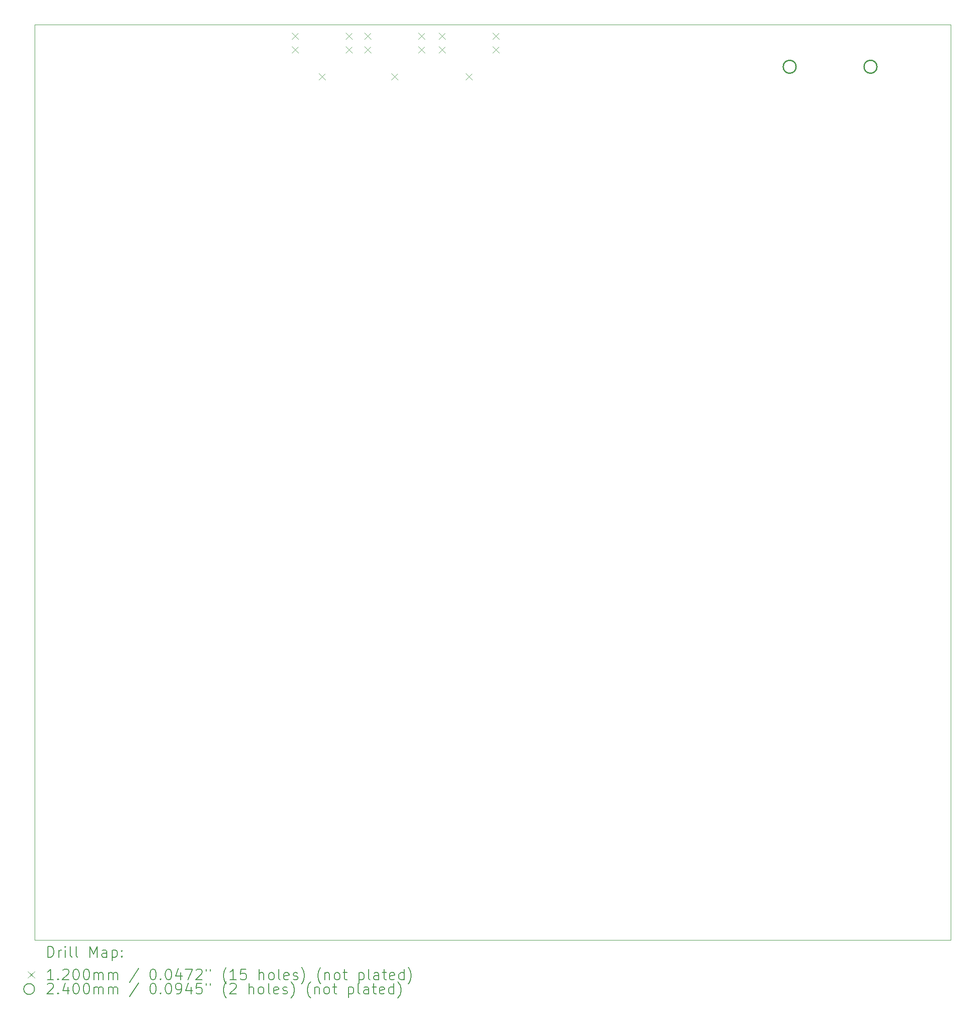
<source format=gbr>
%TF.GenerationSoftware,KiCad,Pcbnew,7.0.1*%
%TF.CreationDate,2023-05-06T23:27:44+01:00*%
%TF.ProjectId,CPC464-2MINIITX,43504334-3634-42d3-924d-494e49495458,rev?*%
%TF.SameCoordinates,Original*%
%TF.FileFunction,Drillmap*%
%TF.FilePolarity,Positive*%
%FSLAX45Y45*%
G04 Gerber Fmt 4.5, Leading zero omitted, Abs format (unit mm)*
G04 Created by KiCad (PCBNEW 7.0.1) date 2023-05-06 23:27:44*
%MOMM*%
%LPD*%
G01*
G04 APERTURE LIST*
%ADD10C,0.100000*%
%ADD11C,0.200000*%
%ADD12C,0.120000*%
%ADD13C,0.240000*%
G04 APERTURE END LIST*
D10*
X2866420Y-2816007D02*
X19866420Y-2816007D01*
X19866420Y-19816007D01*
X2866420Y-19816007D01*
X2866420Y-2816007D01*
D11*
D12*
X7636350Y-2967400D02*
X7756350Y-3087400D01*
X7756350Y-2967400D02*
X7636350Y-3087400D01*
X7636350Y-3217400D02*
X7756350Y-3337400D01*
X7756350Y-3217400D02*
X7636350Y-3337400D01*
X8136350Y-3717400D02*
X8256350Y-3837400D01*
X8256350Y-3717400D02*
X8136350Y-3837400D01*
X8636350Y-2967400D02*
X8756350Y-3087400D01*
X8756350Y-2967400D02*
X8636350Y-3087400D01*
X8636350Y-3217400D02*
X8756350Y-3337400D01*
X8756350Y-3217400D02*
X8636350Y-3337400D01*
X8982550Y-2967400D02*
X9102550Y-3087400D01*
X9102550Y-2967400D02*
X8982550Y-3087400D01*
X8982550Y-3217400D02*
X9102550Y-3337400D01*
X9102550Y-3217400D02*
X8982550Y-3337400D01*
X9482550Y-3717400D02*
X9602550Y-3837400D01*
X9602550Y-3717400D02*
X9482550Y-3837400D01*
X9982550Y-2967400D02*
X10102550Y-3087400D01*
X10102550Y-2967400D02*
X9982550Y-3087400D01*
X9982550Y-3217400D02*
X10102550Y-3337400D01*
X10102550Y-3217400D02*
X9982550Y-3337400D01*
X10362000Y-2966600D02*
X10482000Y-3086600D01*
X10482000Y-2966600D02*
X10362000Y-3086600D01*
X10362000Y-3216600D02*
X10482000Y-3336600D01*
X10482000Y-3216600D02*
X10362000Y-3336600D01*
X10862000Y-3716600D02*
X10982000Y-3836600D01*
X10982000Y-3716600D02*
X10862000Y-3836600D01*
X11362000Y-2966600D02*
X11482000Y-3086600D01*
X11482000Y-2966600D02*
X11362000Y-3086600D01*
X11362000Y-3216600D02*
X11482000Y-3336600D01*
X11482000Y-3216600D02*
X11362000Y-3336600D01*
D13*
X16996340Y-3596640D02*
G75*
G03*
X16996340Y-3596640I-120000J0D01*
G01*
X18496340Y-3596640D02*
G75*
G03*
X18496340Y-3596640I-120000J0D01*
G01*
D11*
X3109039Y-20133531D02*
X3109039Y-19933531D01*
X3109039Y-19933531D02*
X3156658Y-19933531D01*
X3156658Y-19933531D02*
X3185229Y-19943055D01*
X3185229Y-19943055D02*
X3204277Y-19962102D01*
X3204277Y-19962102D02*
X3213801Y-19981150D01*
X3213801Y-19981150D02*
X3223325Y-20019245D01*
X3223325Y-20019245D02*
X3223325Y-20047816D01*
X3223325Y-20047816D02*
X3213801Y-20085912D01*
X3213801Y-20085912D02*
X3204277Y-20104959D01*
X3204277Y-20104959D02*
X3185229Y-20124007D01*
X3185229Y-20124007D02*
X3156658Y-20133531D01*
X3156658Y-20133531D02*
X3109039Y-20133531D01*
X3309039Y-20133531D02*
X3309039Y-20000197D01*
X3309039Y-20038293D02*
X3318563Y-20019245D01*
X3318563Y-20019245D02*
X3328087Y-20009721D01*
X3328087Y-20009721D02*
X3347134Y-20000197D01*
X3347134Y-20000197D02*
X3366182Y-20000197D01*
X3432848Y-20133531D02*
X3432848Y-20000197D01*
X3432848Y-19933531D02*
X3423325Y-19943055D01*
X3423325Y-19943055D02*
X3432848Y-19952578D01*
X3432848Y-19952578D02*
X3442372Y-19943055D01*
X3442372Y-19943055D02*
X3432848Y-19933531D01*
X3432848Y-19933531D02*
X3432848Y-19952578D01*
X3556658Y-20133531D02*
X3537610Y-20124007D01*
X3537610Y-20124007D02*
X3528087Y-20104959D01*
X3528087Y-20104959D02*
X3528087Y-19933531D01*
X3661420Y-20133531D02*
X3642372Y-20124007D01*
X3642372Y-20124007D02*
X3632848Y-20104959D01*
X3632848Y-20104959D02*
X3632848Y-19933531D01*
X3889991Y-20133531D02*
X3889991Y-19933531D01*
X3889991Y-19933531D02*
X3956658Y-20076388D01*
X3956658Y-20076388D02*
X4023325Y-19933531D01*
X4023325Y-19933531D02*
X4023325Y-20133531D01*
X4204277Y-20133531D02*
X4204277Y-20028769D01*
X4204277Y-20028769D02*
X4194753Y-20009721D01*
X4194753Y-20009721D02*
X4175706Y-20000197D01*
X4175706Y-20000197D02*
X4137610Y-20000197D01*
X4137610Y-20000197D02*
X4118563Y-20009721D01*
X4204277Y-20124007D02*
X4185229Y-20133531D01*
X4185229Y-20133531D02*
X4137610Y-20133531D01*
X4137610Y-20133531D02*
X4118563Y-20124007D01*
X4118563Y-20124007D02*
X4109039Y-20104959D01*
X4109039Y-20104959D02*
X4109039Y-20085912D01*
X4109039Y-20085912D02*
X4118563Y-20066864D01*
X4118563Y-20066864D02*
X4137610Y-20057340D01*
X4137610Y-20057340D02*
X4185229Y-20057340D01*
X4185229Y-20057340D02*
X4204277Y-20047816D01*
X4299515Y-20000197D02*
X4299515Y-20200197D01*
X4299515Y-20009721D02*
X4318563Y-20000197D01*
X4318563Y-20000197D02*
X4356658Y-20000197D01*
X4356658Y-20000197D02*
X4375706Y-20009721D01*
X4375706Y-20009721D02*
X4385230Y-20019245D01*
X4385230Y-20019245D02*
X4394753Y-20038293D01*
X4394753Y-20038293D02*
X4394753Y-20095435D01*
X4394753Y-20095435D02*
X4385230Y-20114483D01*
X4385230Y-20114483D02*
X4375706Y-20124007D01*
X4375706Y-20124007D02*
X4356658Y-20133531D01*
X4356658Y-20133531D02*
X4318563Y-20133531D01*
X4318563Y-20133531D02*
X4299515Y-20124007D01*
X4480468Y-20114483D02*
X4489991Y-20124007D01*
X4489991Y-20124007D02*
X4480468Y-20133531D01*
X4480468Y-20133531D02*
X4470944Y-20124007D01*
X4470944Y-20124007D02*
X4480468Y-20114483D01*
X4480468Y-20114483D02*
X4480468Y-20133531D01*
X4480468Y-20009721D02*
X4489991Y-20019245D01*
X4489991Y-20019245D02*
X4480468Y-20028769D01*
X4480468Y-20028769D02*
X4470944Y-20019245D01*
X4470944Y-20019245D02*
X4480468Y-20009721D01*
X4480468Y-20009721D02*
X4480468Y-20028769D01*
D12*
X2741420Y-20401007D02*
X2861420Y-20521007D01*
X2861420Y-20401007D02*
X2741420Y-20521007D01*
D11*
X3213801Y-20553531D02*
X3099515Y-20553531D01*
X3156658Y-20553531D02*
X3156658Y-20353531D01*
X3156658Y-20353531D02*
X3137610Y-20382102D01*
X3137610Y-20382102D02*
X3118563Y-20401150D01*
X3118563Y-20401150D02*
X3099515Y-20410674D01*
X3299515Y-20534483D02*
X3309039Y-20544007D01*
X3309039Y-20544007D02*
X3299515Y-20553531D01*
X3299515Y-20553531D02*
X3289991Y-20544007D01*
X3289991Y-20544007D02*
X3299515Y-20534483D01*
X3299515Y-20534483D02*
X3299515Y-20553531D01*
X3385229Y-20372578D02*
X3394753Y-20363055D01*
X3394753Y-20363055D02*
X3413801Y-20353531D01*
X3413801Y-20353531D02*
X3461420Y-20353531D01*
X3461420Y-20353531D02*
X3480468Y-20363055D01*
X3480468Y-20363055D02*
X3489991Y-20372578D01*
X3489991Y-20372578D02*
X3499515Y-20391626D01*
X3499515Y-20391626D02*
X3499515Y-20410674D01*
X3499515Y-20410674D02*
X3489991Y-20439245D01*
X3489991Y-20439245D02*
X3375706Y-20553531D01*
X3375706Y-20553531D02*
X3499515Y-20553531D01*
X3623325Y-20353531D02*
X3642372Y-20353531D01*
X3642372Y-20353531D02*
X3661420Y-20363055D01*
X3661420Y-20363055D02*
X3670944Y-20372578D01*
X3670944Y-20372578D02*
X3680468Y-20391626D01*
X3680468Y-20391626D02*
X3689991Y-20429721D01*
X3689991Y-20429721D02*
X3689991Y-20477340D01*
X3689991Y-20477340D02*
X3680468Y-20515435D01*
X3680468Y-20515435D02*
X3670944Y-20534483D01*
X3670944Y-20534483D02*
X3661420Y-20544007D01*
X3661420Y-20544007D02*
X3642372Y-20553531D01*
X3642372Y-20553531D02*
X3623325Y-20553531D01*
X3623325Y-20553531D02*
X3604277Y-20544007D01*
X3604277Y-20544007D02*
X3594753Y-20534483D01*
X3594753Y-20534483D02*
X3585229Y-20515435D01*
X3585229Y-20515435D02*
X3575706Y-20477340D01*
X3575706Y-20477340D02*
X3575706Y-20429721D01*
X3575706Y-20429721D02*
X3585229Y-20391626D01*
X3585229Y-20391626D02*
X3594753Y-20372578D01*
X3594753Y-20372578D02*
X3604277Y-20363055D01*
X3604277Y-20363055D02*
X3623325Y-20353531D01*
X3813801Y-20353531D02*
X3832849Y-20353531D01*
X3832849Y-20353531D02*
X3851896Y-20363055D01*
X3851896Y-20363055D02*
X3861420Y-20372578D01*
X3861420Y-20372578D02*
X3870944Y-20391626D01*
X3870944Y-20391626D02*
X3880468Y-20429721D01*
X3880468Y-20429721D02*
X3880468Y-20477340D01*
X3880468Y-20477340D02*
X3870944Y-20515435D01*
X3870944Y-20515435D02*
X3861420Y-20534483D01*
X3861420Y-20534483D02*
X3851896Y-20544007D01*
X3851896Y-20544007D02*
X3832849Y-20553531D01*
X3832849Y-20553531D02*
X3813801Y-20553531D01*
X3813801Y-20553531D02*
X3794753Y-20544007D01*
X3794753Y-20544007D02*
X3785229Y-20534483D01*
X3785229Y-20534483D02*
X3775706Y-20515435D01*
X3775706Y-20515435D02*
X3766182Y-20477340D01*
X3766182Y-20477340D02*
X3766182Y-20429721D01*
X3766182Y-20429721D02*
X3775706Y-20391626D01*
X3775706Y-20391626D02*
X3785229Y-20372578D01*
X3785229Y-20372578D02*
X3794753Y-20363055D01*
X3794753Y-20363055D02*
X3813801Y-20353531D01*
X3966182Y-20553531D02*
X3966182Y-20420197D01*
X3966182Y-20439245D02*
X3975706Y-20429721D01*
X3975706Y-20429721D02*
X3994753Y-20420197D01*
X3994753Y-20420197D02*
X4023325Y-20420197D01*
X4023325Y-20420197D02*
X4042372Y-20429721D01*
X4042372Y-20429721D02*
X4051896Y-20448769D01*
X4051896Y-20448769D02*
X4051896Y-20553531D01*
X4051896Y-20448769D02*
X4061420Y-20429721D01*
X4061420Y-20429721D02*
X4080468Y-20420197D01*
X4080468Y-20420197D02*
X4109039Y-20420197D01*
X4109039Y-20420197D02*
X4128087Y-20429721D01*
X4128087Y-20429721D02*
X4137610Y-20448769D01*
X4137610Y-20448769D02*
X4137610Y-20553531D01*
X4232849Y-20553531D02*
X4232849Y-20420197D01*
X4232849Y-20439245D02*
X4242372Y-20429721D01*
X4242372Y-20429721D02*
X4261420Y-20420197D01*
X4261420Y-20420197D02*
X4289992Y-20420197D01*
X4289992Y-20420197D02*
X4309039Y-20429721D01*
X4309039Y-20429721D02*
X4318563Y-20448769D01*
X4318563Y-20448769D02*
X4318563Y-20553531D01*
X4318563Y-20448769D02*
X4328087Y-20429721D01*
X4328087Y-20429721D02*
X4347134Y-20420197D01*
X4347134Y-20420197D02*
X4375706Y-20420197D01*
X4375706Y-20420197D02*
X4394753Y-20429721D01*
X4394753Y-20429721D02*
X4404277Y-20448769D01*
X4404277Y-20448769D02*
X4404277Y-20553531D01*
X4794753Y-20344007D02*
X4623325Y-20601150D01*
X5051896Y-20353531D02*
X5070944Y-20353531D01*
X5070944Y-20353531D02*
X5089992Y-20363055D01*
X5089992Y-20363055D02*
X5099515Y-20372578D01*
X5099515Y-20372578D02*
X5109039Y-20391626D01*
X5109039Y-20391626D02*
X5118563Y-20429721D01*
X5118563Y-20429721D02*
X5118563Y-20477340D01*
X5118563Y-20477340D02*
X5109039Y-20515435D01*
X5109039Y-20515435D02*
X5099515Y-20534483D01*
X5099515Y-20534483D02*
X5089992Y-20544007D01*
X5089992Y-20544007D02*
X5070944Y-20553531D01*
X5070944Y-20553531D02*
X5051896Y-20553531D01*
X5051896Y-20553531D02*
X5032849Y-20544007D01*
X5032849Y-20544007D02*
X5023325Y-20534483D01*
X5023325Y-20534483D02*
X5013801Y-20515435D01*
X5013801Y-20515435D02*
X5004277Y-20477340D01*
X5004277Y-20477340D02*
X5004277Y-20429721D01*
X5004277Y-20429721D02*
X5013801Y-20391626D01*
X5013801Y-20391626D02*
X5023325Y-20372578D01*
X5023325Y-20372578D02*
X5032849Y-20363055D01*
X5032849Y-20363055D02*
X5051896Y-20353531D01*
X5204277Y-20534483D02*
X5213801Y-20544007D01*
X5213801Y-20544007D02*
X5204277Y-20553531D01*
X5204277Y-20553531D02*
X5194754Y-20544007D01*
X5194754Y-20544007D02*
X5204277Y-20534483D01*
X5204277Y-20534483D02*
X5204277Y-20553531D01*
X5337611Y-20353531D02*
X5356658Y-20353531D01*
X5356658Y-20353531D02*
X5375706Y-20363055D01*
X5375706Y-20363055D02*
X5385230Y-20372578D01*
X5385230Y-20372578D02*
X5394754Y-20391626D01*
X5394754Y-20391626D02*
X5404277Y-20429721D01*
X5404277Y-20429721D02*
X5404277Y-20477340D01*
X5404277Y-20477340D02*
X5394754Y-20515435D01*
X5394754Y-20515435D02*
X5385230Y-20534483D01*
X5385230Y-20534483D02*
X5375706Y-20544007D01*
X5375706Y-20544007D02*
X5356658Y-20553531D01*
X5356658Y-20553531D02*
X5337611Y-20553531D01*
X5337611Y-20553531D02*
X5318563Y-20544007D01*
X5318563Y-20544007D02*
X5309039Y-20534483D01*
X5309039Y-20534483D02*
X5299515Y-20515435D01*
X5299515Y-20515435D02*
X5289992Y-20477340D01*
X5289992Y-20477340D02*
X5289992Y-20429721D01*
X5289992Y-20429721D02*
X5299515Y-20391626D01*
X5299515Y-20391626D02*
X5309039Y-20372578D01*
X5309039Y-20372578D02*
X5318563Y-20363055D01*
X5318563Y-20363055D02*
X5337611Y-20353531D01*
X5575706Y-20420197D02*
X5575706Y-20553531D01*
X5528087Y-20344007D02*
X5480468Y-20486864D01*
X5480468Y-20486864D02*
X5604277Y-20486864D01*
X5661420Y-20353531D02*
X5794753Y-20353531D01*
X5794753Y-20353531D02*
X5709039Y-20553531D01*
X5861420Y-20372578D02*
X5870944Y-20363055D01*
X5870944Y-20363055D02*
X5889992Y-20353531D01*
X5889992Y-20353531D02*
X5937611Y-20353531D01*
X5937611Y-20353531D02*
X5956658Y-20363055D01*
X5956658Y-20363055D02*
X5966182Y-20372578D01*
X5966182Y-20372578D02*
X5975706Y-20391626D01*
X5975706Y-20391626D02*
X5975706Y-20410674D01*
X5975706Y-20410674D02*
X5966182Y-20439245D01*
X5966182Y-20439245D02*
X5851896Y-20553531D01*
X5851896Y-20553531D02*
X5975706Y-20553531D01*
X6051896Y-20353531D02*
X6051896Y-20391626D01*
X6128087Y-20353531D02*
X6128087Y-20391626D01*
X6423325Y-20629721D02*
X6413801Y-20620197D01*
X6413801Y-20620197D02*
X6394754Y-20591626D01*
X6394754Y-20591626D02*
X6385230Y-20572578D01*
X6385230Y-20572578D02*
X6375706Y-20544007D01*
X6375706Y-20544007D02*
X6366182Y-20496388D01*
X6366182Y-20496388D02*
X6366182Y-20458293D01*
X6366182Y-20458293D02*
X6375706Y-20410674D01*
X6375706Y-20410674D02*
X6385230Y-20382102D01*
X6385230Y-20382102D02*
X6394754Y-20363055D01*
X6394754Y-20363055D02*
X6413801Y-20334483D01*
X6413801Y-20334483D02*
X6423325Y-20324959D01*
X6604277Y-20553531D02*
X6489992Y-20553531D01*
X6547134Y-20553531D02*
X6547134Y-20353531D01*
X6547134Y-20353531D02*
X6528087Y-20382102D01*
X6528087Y-20382102D02*
X6509039Y-20401150D01*
X6509039Y-20401150D02*
X6489992Y-20410674D01*
X6785230Y-20353531D02*
X6689992Y-20353531D01*
X6689992Y-20353531D02*
X6680468Y-20448769D01*
X6680468Y-20448769D02*
X6689992Y-20439245D01*
X6689992Y-20439245D02*
X6709039Y-20429721D01*
X6709039Y-20429721D02*
X6756658Y-20429721D01*
X6756658Y-20429721D02*
X6775706Y-20439245D01*
X6775706Y-20439245D02*
X6785230Y-20448769D01*
X6785230Y-20448769D02*
X6794754Y-20467816D01*
X6794754Y-20467816D02*
X6794754Y-20515435D01*
X6794754Y-20515435D02*
X6785230Y-20534483D01*
X6785230Y-20534483D02*
X6775706Y-20544007D01*
X6775706Y-20544007D02*
X6756658Y-20553531D01*
X6756658Y-20553531D02*
X6709039Y-20553531D01*
X6709039Y-20553531D02*
X6689992Y-20544007D01*
X6689992Y-20544007D02*
X6680468Y-20534483D01*
X7032849Y-20553531D02*
X7032849Y-20353531D01*
X7118563Y-20553531D02*
X7118563Y-20448769D01*
X7118563Y-20448769D02*
X7109039Y-20429721D01*
X7109039Y-20429721D02*
X7089992Y-20420197D01*
X7089992Y-20420197D02*
X7061420Y-20420197D01*
X7061420Y-20420197D02*
X7042373Y-20429721D01*
X7042373Y-20429721D02*
X7032849Y-20439245D01*
X7242373Y-20553531D02*
X7223325Y-20544007D01*
X7223325Y-20544007D02*
X7213801Y-20534483D01*
X7213801Y-20534483D02*
X7204277Y-20515435D01*
X7204277Y-20515435D02*
X7204277Y-20458293D01*
X7204277Y-20458293D02*
X7213801Y-20439245D01*
X7213801Y-20439245D02*
X7223325Y-20429721D01*
X7223325Y-20429721D02*
X7242373Y-20420197D01*
X7242373Y-20420197D02*
X7270944Y-20420197D01*
X7270944Y-20420197D02*
X7289992Y-20429721D01*
X7289992Y-20429721D02*
X7299516Y-20439245D01*
X7299516Y-20439245D02*
X7309039Y-20458293D01*
X7309039Y-20458293D02*
X7309039Y-20515435D01*
X7309039Y-20515435D02*
X7299516Y-20534483D01*
X7299516Y-20534483D02*
X7289992Y-20544007D01*
X7289992Y-20544007D02*
X7270944Y-20553531D01*
X7270944Y-20553531D02*
X7242373Y-20553531D01*
X7423325Y-20553531D02*
X7404277Y-20544007D01*
X7404277Y-20544007D02*
X7394754Y-20524959D01*
X7394754Y-20524959D02*
X7394754Y-20353531D01*
X7575706Y-20544007D02*
X7556658Y-20553531D01*
X7556658Y-20553531D02*
X7518563Y-20553531D01*
X7518563Y-20553531D02*
X7499516Y-20544007D01*
X7499516Y-20544007D02*
X7489992Y-20524959D01*
X7489992Y-20524959D02*
X7489992Y-20448769D01*
X7489992Y-20448769D02*
X7499516Y-20429721D01*
X7499516Y-20429721D02*
X7518563Y-20420197D01*
X7518563Y-20420197D02*
X7556658Y-20420197D01*
X7556658Y-20420197D02*
X7575706Y-20429721D01*
X7575706Y-20429721D02*
X7585230Y-20448769D01*
X7585230Y-20448769D02*
X7585230Y-20467816D01*
X7585230Y-20467816D02*
X7489992Y-20486864D01*
X7661420Y-20544007D02*
X7680468Y-20553531D01*
X7680468Y-20553531D02*
X7718563Y-20553531D01*
X7718563Y-20553531D02*
X7737611Y-20544007D01*
X7737611Y-20544007D02*
X7747135Y-20524959D01*
X7747135Y-20524959D02*
X7747135Y-20515435D01*
X7747135Y-20515435D02*
X7737611Y-20496388D01*
X7737611Y-20496388D02*
X7718563Y-20486864D01*
X7718563Y-20486864D02*
X7689992Y-20486864D01*
X7689992Y-20486864D02*
X7670944Y-20477340D01*
X7670944Y-20477340D02*
X7661420Y-20458293D01*
X7661420Y-20458293D02*
X7661420Y-20448769D01*
X7661420Y-20448769D02*
X7670944Y-20429721D01*
X7670944Y-20429721D02*
X7689992Y-20420197D01*
X7689992Y-20420197D02*
X7718563Y-20420197D01*
X7718563Y-20420197D02*
X7737611Y-20429721D01*
X7813801Y-20629721D02*
X7823325Y-20620197D01*
X7823325Y-20620197D02*
X7842373Y-20591626D01*
X7842373Y-20591626D02*
X7851897Y-20572578D01*
X7851897Y-20572578D02*
X7861420Y-20544007D01*
X7861420Y-20544007D02*
X7870944Y-20496388D01*
X7870944Y-20496388D02*
X7870944Y-20458293D01*
X7870944Y-20458293D02*
X7861420Y-20410674D01*
X7861420Y-20410674D02*
X7851897Y-20382102D01*
X7851897Y-20382102D02*
X7842373Y-20363055D01*
X7842373Y-20363055D02*
X7823325Y-20334483D01*
X7823325Y-20334483D02*
X7813801Y-20324959D01*
X8175706Y-20629721D02*
X8166182Y-20620197D01*
X8166182Y-20620197D02*
X8147135Y-20591626D01*
X8147135Y-20591626D02*
X8137611Y-20572578D01*
X8137611Y-20572578D02*
X8128087Y-20544007D01*
X8128087Y-20544007D02*
X8118563Y-20496388D01*
X8118563Y-20496388D02*
X8118563Y-20458293D01*
X8118563Y-20458293D02*
X8128087Y-20410674D01*
X8128087Y-20410674D02*
X8137611Y-20382102D01*
X8137611Y-20382102D02*
X8147135Y-20363055D01*
X8147135Y-20363055D02*
X8166182Y-20334483D01*
X8166182Y-20334483D02*
X8175706Y-20324959D01*
X8251897Y-20420197D02*
X8251897Y-20553531D01*
X8251897Y-20439245D02*
X8261420Y-20429721D01*
X8261420Y-20429721D02*
X8280468Y-20420197D01*
X8280468Y-20420197D02*
X8309039Y-20420197D01*
X8309039Y-20420197D02*
X8328087Y-20429721D01*
X8328087Y-20429721D02*
X8337611Y-20448769D01*
X8337611Y-20448769D02*
X8337611Y-20553531D01*
X8461420Y-20553531D02*
X8442373Y-20544007D01*
X8442373Y-20544007D02*
X8432849Y-20534483D01*
X8432849Y-20534483D02*
X8423325Y-20515435D01*
X8423325Y-20515435D02*
X8423325Y-20458293D01*
X8423325Y-20458293D02*
X8432849Y-20439245D01*
X8432849Y-20439245D02*
X8442373Y-20429721D01*
X8442373Y-20429721D02*
X8461420Y-20420197D01*
X8461420Y-20420197D02*
X8489992Y-20420197D01*
X8489992Y-20420197D02*
X8509040Y-20429721D01*
X8509040Y-20429721D02*
X8518563Y-20439245D01*
X8518563Y-20439245D02*
X8528087Y-20458293D01*
X8528087Y-20458293D02*
X8528087Y-20515435D01*
X8528087Y-20515435D02*
X8518563Y-20534483D01*
X8518563Y-20534483D02*
X8509040Y-20544007D01*
X8509040Y-20544007D02*
X8489992Y-20553531D01*
X8489992Y-20553531D02*
X8461420Y-20553531D01*
X8585230Y-20420197D02*
X8661420Y-20420197D01*
X8613801Y-20353531D02*
X8613801Y-20524959D01*
X8613801Y-20524959D02*
X8623325Y-20544007D01*
X8623325Y-20544007D02*
X8642373Y-20553531D01*
X8642373Y-20553531D02*
X8661420Y-20553531D01*
X8880468Y-20420197D02*
X8880468Y-20620197D01*
X8880468Y-20429721D02*
X8899516Y-20420197D01*
X8899516Y-20420197D02*
X8937611Y-20420197D01*
X8937611Y-20420197D02*
X8956659Y-20429721D01*
X8956659Y-20429721D02*
X8966182Y-20439245D01*
X8966182Y-20439245D02*
X8975706Y-20458293D01*
X8975706Y-20458293D02*
X8975706Y-20515435D01*
X8975706Y-20515435D02*
X8966182Y-20534483D01*
X8966182Y-20534483D02*
X8956659Y-20544007D01*
X8956659Y-20544007D02*
X8937611Y-20553531D01*
X8937611Y-20553531D02*
X8899516Y-20553531D01*
X8899516Y-20553531D02*
X8880468Y-20544007D01*
X9089992Y-20553531D02*
X9070944Y-20544007D01*
X9070944Y-20544007D02*
X9061421Y-20524959D01*
X9061421Y-20524959D02*
X9061421Y-20353531D01*
X9251897Y-20553531D02*
X9251897Y-20448769D01*
X9251897Y-20448769D02*
X9242373Y-20429721D01*
X9242373Y-20429721D02*
X9223325Y-20420197D01*
X9223325Y-20420197D02*
X9185230Y-20420197D01*
X9185230Y-20420197D02*
X9166182Y-20429721D01*
X9251897Y-20544007D02*
X9232849Y-20553531D01*
X9232849Y-20553531D02*
X9185230Y-20553531D01*
X9185230Y-20553531D02*
X9166182Y-20544007D01*
X9166182Y-20544007D02*
X9156659Y-20524959D01*
X9156659Y-20524959D02*
X9156659Y-20505912D01*
X9156659Y-20505912D02*
X9166182Y-20486864D01*
X9166182Y-20486864D02*
X9185230Y-20477340D01*
X9185230Y-20477340D02*
X9232849Y-20477340D01*
X9232849Y-20477340D02*
X9251897Y-20467816D01*
X9318563Y-20420197D02*
X9394754Y-20420197D01*
X9347135Y-20353531D02*
X9347135Y-20524959D01*
X9347135Y-20524959D02*
X9356659Y-20544007D01*
X9356659Y-20544007D02*
X9375706Y-20553531D01*
X9375706Y-20553531D02*
X9394754Y-20553531D01*
X9537611Y-20544007D02*
X9518563Y-20553531D01*
X9518563Y-20553531D02*
X9480468Y-20553531D01*
X9480468Y-20553531D02*
X9461421Y-20544007D01*
X9461421Y-20544007D02*
X9451897Y-20524959D01*
X9451897Y-20524959D02*
X9451897Y-20448769D01*
X9451897Y-20448769D02*
X9461421Y-20429721D01*
X9461421Y-20429721D02*
X9480468Y-20420197D01*
X9480468Y-20420197D02*
X9518563Y-20420197D01*
X9518563Y-20420197D02*
X9537611Y-20429721D01*
X9537611Y-20429721D02*
X9547135Y-20448769D01*
X9547135Y-20448769D02*
X9547135Y-20467816D01*
X9547135Y-20467816D02*
X9451897Y-20486864D01*
X9718563Y-20553531D02*
X9718563Y-20353531D01*
X9718563Y-20544007D02*
X9699516Y-20553531D01*
X9699516Y-20553531D02*
X9661421Y-20553531D01*
X9661421Y-20553531D02*
X9642373Y-20544007D01*
X9642373Y-20544007D02*
X9632849Y-20534483D01*
X9632849Y-20534483D02*
X9623325Y-20515435D01*
X9623325Y-20515435D02*
X9623325Y-20458293D01*
X9623325Y-20458293D02*
X9632849Y-20439245D01*
X9632849Y-20439245D02*
X9642373Y-20429721D01*
X9642373Y-20429721D02*
X9661421Y-20420197D01*
X9661421Y-20420197D02*
X9699516Y-20420197D01*
X9699516Y-20420197D02*
X9718563Y-20429721D01*
X9794754Y-20629721D02*
X9804278Y-20620197D01*
X9804278Y-20620197D02*
X9823325Y-20591626D01*
X9823325Y-20591626D02*
X9832849Y-20572578D01*
X9832849Y-20572578D02*
X9842373Y-20544007D01*
X9842373Y-20544007D02*
X9851897Y-20496388D01*
X9851897Y-20496388D02*
X9851897Y-20458293D01*
X9851897Y-20458293D02*
X9842373Y-20410674D01*
X9842373Y-20410674D02*
X9832849Y-20382102D01*
X9832849Y-20382102D02*
X9823325Y-20363055D01*
X9823325Y-20363055D02*
X9804278Y-20334483D01*
X9804278Y-20334483D02*
X9794754Y-20324959D01*
X2861420Y-20725007D02*
G75*
G03*
X2861420Y-20725007I-100000J0D01*
G01*
X3099515Y-20636578D02*
X3109039Y-20627055D01*
X3109039Y-20627055D02*
X3128087Y-20617531D01*
X3128087Y-20617531D02*
X3175706Y-20617531D01*
X3175706Y-20617531D02*
X3194753Y-20627055D01*
X3194753Y-20627055D02*
X3204277Y-20636578D01*
X3204277Y-20636578D02*
X3213801Y-20655626D01*
X3213801Y-20655626D02*
X3213801Y-20674674D01*
X3213801Y-20674674D02*
X3204277Y-20703245D01*
X3204277Y-20703245D02*
X3089991Y-20817531D01*
X3089991Y-20817531D02*
X3213801Y-20817531D01*
X3299515Y-20798483D02*
X3309039Y-20808007D01*
X3309039Y-20808007D02*
X3299515Y-20817531D01*
X3299515Y-20817531D02*
X3289991Y-20808007D01*
X3289991Y-20808007D02*
X3299515Y-20798483D01*
X3299515Y-20798483D02*
X3299515Y-20817531D01*
X3480468Y-20684197D02*
X3480468Y-20817531D01*
X3432848Y-20608007D02*
X3385229Y-20750864D01*
X3385229Y-20750864D02*
X3509039Y-20750864D01*
X3623325Y-20617531D02*
X3642372Y-20617531D01*
X3642372Y-20617531D02*
X3661420Y-20627055D01*
X3661420Y-20627055D02*
X3670944Y-20636578D01*
X3670944Y-20636578D02*
X3680468Y-20655626D01*
X3680468Y-20655626D02*
X3689991Y-20693721D01*
X3689991Y-20693721D02*
X3689991Y-20741340D01*
X3689991Y-20741340D02*
X3680468Y-20779435D01*
X3680468Y-20779435D02*
X3670944Y-20798483D01*
X3670944Y-20798483D02*
X3661420Y-20808007D01*
X3661420Y-20808007D02*
X3642372Y-20817531D01*
X3642372Y-20817531D02*
X3623325Y-20817531D01*
X3623325Y-20817531D02*
X3604277Y-20808007D01*
X3604277Y-20808007D02*
X3594753Y-20798483D01*
X3594753Y-20798483D02*
X3585229Y-20779435D01*
X3585229Y-20779435D02*
X3575706Y-20741340D01*
X3575706Y-20741340D02*
X3575706Y-20693721D01*
X3575706Y-20693721D02*
X3585229Y-20655626D01*
X3585229Y-20655626D02*
X3594753Y-20636578D01*
X3594753Y-20636578D02*
X3604277Y-20627055D01*
X3604277Y-20627055D02*
X3623325Y-20617531D01*
X3813801Y-20617531D02*
X3832849Y-20617531D01*
X3832849Y-20617531D02*
X3851896Y-20627055D01*
X3851896Y-20627055D02*
X3861420Y-20636578D01*
X3861420Y-20636578D02*
X3870944Y-20655626D01*
X3870944Y-20655626D02*
X3880468Y-20693721D01*
X3880468Y-20693721D02*
X3880468Y-20741340D01*
X3880468Y-20741340D02*
X3870944Y-20779435D01*
X3870944Y-20779435D02*
X3861420Y-20798483D01*
X3861420Y-20798483D02*
X3851896Y-20808007D01*
X3851896Y-20808007D02*
X3832849Y-20817531D01*
X3832849Y-20817531D02*
X3813801Y-20817531D01*
X3813801Y-20817531D02*
X3794753Y-20808007D01*
X3794753Y-20808007D02*
X3785229Y-20798483D01*
X3785229Y-20798483D02*
X3775706Y-20779435D01*
X3775706Y-20779435D02*
X3766182Y-20741340D01*
X3766182Y-20741340D02*
X3766182Y-20693721D01*
X3766182Y-20693721D02*
X3775706Y-20655626D01*
X3775706Y-20655626D02*
X3785229Y-20636578D01*
X3785229Y-20636578D02*
X3794753Y-20627055D01*
X3794753Y-20627055D02*
X3813801Y-20617531D01*
X3966182Y-20817531D02*
X3966182Y-20684197D01*
X3966182Y-20703245D02*
X3975706Y-20693721D01*
X3975706Y-20693721D02*
X3994753Y-20684197D01*
X3994753Y-20684197D02*
X4023325Y-20684197D01*
X4023325Y-20684197D02*
X4042372Y-20693721D01*
X4042372Y-20693721D02*
X4051896Y-20712769D01*
X4051896Y-20712769D02*
X4051896Y-20817531D01*
X4051896Y-20712769D02*
X4061420Y-20693721D01*
X4061420Y-20693721D02*
X4080468Y-20684197D01*
X4080468Y-20684197D02*
X4109039Y-20684197D01*
X4109039Y-20684197D02*
X4128087Y-20693721D01*
X4128087Y-20693721D02*
X4137610Y-20712769D01*
X4137610Y-20712769D02*
X4137610Y-20817531D01*
X4232849Y-20817531D02*
X4232849Y-20684197D01*
X4232849Y-20703245D02*
X4242372Y-20693721D01*
X4242372Y-20693721D02*
X4261420Y-20684197D01*
X4261420Y-20684197D02*
X4289992Y-20684197D01*
X4289992Y-20684197D02*
X4309039Y-20693721D01*
X4309039Y-20693721D02*
X4318563Y-20712769D01*
X4318563Y-20712769D02*
X4318563Y-20817531D01*
X4318563Y-20712769D02*
X4328087Y-20693721D01*
X4328087Y-20693721D02*
X4347134Y-20684197D01*
X4347134Y-20684197D02*
X4375706Y-20684197D01*
X4375706Y-20684197D02*
X4394753Y-20693721D01*
X4394753Y-20693721D02*
X4404277Y-20712769D01*
X4404277Y-20712769D02*
X4404277Y-20817531D01*
X4794753Y-20608007D02*
X4623325Y-20865150D01*
X5051896Y-20617531D02*
X5070944Y-20617531D01*
X5070944Y-20617531D02*
X5089992Y-20627055D01*
X5089992Y-20627055D02*
X5099515Y-20636578D01*
X5099515Y-20636578D02*
X5109039Y-20655626D01*
X5109039Y-20655626D02*
X5118563Y-20693721D01*
X5118563Y-20693721D02*
X5118563Y-20741340D01*
X5118563Y-20741340D02*
X5109039Y-20779435D01*
X5109039Y-20779435D02*
X5099515Y-20798483D01*
X5099515Y-20798483D02*
X5089992Y-20808007D01*
X5089992Y-20808007D02*
X5070944Y-20817531D01*
X5070944Y-20817531D02*
X5051896Y-20817531D01*
X5051896Y-20817531D02*
X5032849Y-20808007D01*
X5032849Y-20808007D02*
X5023325Y-20798483D01*
X5023325Y-20798483D02*
X5013801Y-20779435D01*
X5013801Y-20779435D02*
X5004277Y-20741340D01*
X5004277Y-20741340D02*
X5004277Y-20693721D01*
X5004277Y-20693721D02*
X5013801Y-20655626D01*
X5013801Y-20655626D02*
X5023325Y-20636578D01*
X5023325Y-20636578D02*
X5032849Y-20627055D01*
X5032849Y-20627055D02*
X5051896Y-20617531D01*
X5204277Y-20798483D02*
X5213801Y-20808007D01*
X5213801Y-20808007D02*
X5204277Y-20817531D01*
X5204277Y-20817531D02*
X5194754Y-20808007D01*
X5194754Y-20808007D02*
X5204277Y-20798483D01*
X5204277Y-20798483D02*
X5204277Y-20817531D01*
X5337611Y-20617531D02*
X5356658Y-20617531D01*
X5356658Y-20617531D02*
X5375706Y-20627055D01*
X5375706Y-20627055D02*
X5385230Y-20636578D01*
X5385230Y-20636578D02*
X5394754Y-20655626D01*
X5394754Y-20655626D02*
X5404277Y-20693721D01*
X5404277Y-20693721D02*
X5404277Y-20741340D01*
X5404277Y-20741340D02*
X5394754Y-20779435D01*
X5394754Y-20779435D02*
X5385230Y-20798483D01*
X5385230Y-20798483D02*
X5375706Y-20808007D01*
X5375706Y-20808007D02*
X5356658Y-20817531D01*
X5356658Y-20817531D02*
X5337611Y-20817531D01*
X5337611Y-20817531D02*
X5318563Y-20808007D01*
X5318563Y-20808007D02*
X5309039Y-20798483D01*
X5309039Y-20798483D02*
X5299515Y-20779435D01*
X5299515Y-20779435D02*
X5289992Y-20741340D01*
X5289992Y-20741340D02*
X5289992Y-20693721D01*
X5289992Y-20693721D02*
X5299515Y-20655626D01*
X5299515Y-20655626D02*
X5309039Y-20636578D01*
X5309039Y-20636578D02*
X5318563Y-20627055D01*
X5318563Y-20627055D02*
X5337611Y-20617531D01*
X5499515Y-20817531D02*
X5537611Y-20817531D01*
X5537611Y-20817531D02*
X5556658Y-20808007D01*
X5556658Y-20808007D02*
X5566182Y-20798483D01*
X5566182Y-20798483D02*
X5585230Y-20769912D01*
X5585230Y-20769912D02*
X5594753Y-20731816D01*
X5594753Y-20731816D02*
X5594753Y-20655626D01*
X5594753Y-20655626D02*
X5585230Y-20636578D01*
X5585230Y-20636578D02*
X5575706Y-20627055D01*
X5575706Y-20627055D02*
X5556658Y-20617531D01*
X5556658Y-20617531D02*
X5518563Y-20617531D01*
X5518563Y-20617531D02*
X5499515Y-20627055D01*
X5499515Y-20627055D02*
X5489992Y-20636578D01*
X5489992Y-20636578D02*
X5480468Y-20655626D01*
X5480468Y-20655626D02*
X5480468Y-20703245D01*
X5480468Y-20703245D02*
X5489992Y-20722293D01*
X5489992Y-20722293D02*
X5499515Y-20731816D01*
X5499515Y-20731816D02*
X5518563Y-20741340D01*
X5518563Y-20741340D02*
X5556658Y-20741340D01*
X5556658Y-20741340D02*
X5575706Y-20731816D01*
X5575706Y-20731816D02*
X5585230Y-20722293D01*
X5585230Y-20722293D02*
X5594753Y-20703245D01*
X5766182Y-20684197D02*
X5766182Y-20817531D01*
X5718563Y-20608007D02*
X5670944Y-20750864D01*
X5670944Y-20750864D02*
X5794753Y-20750864D01*
X5966182Y-20617531D02*
X5870944Y-20617531D01*
X5870944Y-20617531D02*
X5861420Y-20712769D01*
X5861420Y-20712769D02*
X5870944Y-20703245D01*
X5870944Y-20703245D02*
X5889992Y-20693721D01*
X5889992Y-20693721D02*
X5937611Y-20693721D01*
X5937611Y-20693721D02*
X5956658Y-20703245D01*
X5956658Y-20703245D02*
X5966182Y-20712769D01*
X5966182Y-20712769D02*
X5975706Y-20731816D01*
X5975706Y-20731816D02*
X5975706Y-20779435D01*
X5975706Y-20779435D02*
X5966182Y-20798483D01*
X5966182Y-20798483D02*
X5956658Y-20808007D01*
X5956658Y-20808007D02*
X5937611Y-20817531D01*
X5937611Y-20817531D02*
X5889992Y-20817531D01*
X5889992Y-20817531D02*
X5870944Y-20808007D01*
X5870944Y-20808007D02*
X5861420Y-20798483D01*
X6051896Y-20617531D02*
X6051896Y-20655626D01*
X6128087Y-20617531D02*
X6128087Y-20655626D01*
X6423325Y-20893721D02*
X6413801Y-20884197D01*
X6413801Y-20884197D02*
X6394754Y-20855626D01*
X6394754Y-20855626D02*
X6385230Y-20836578D01*
X6385230Y-20836578D02*
X6375706Y-20808007D01*
X6375706Y-20808007D02*
X6366182Y-20760388D01*
X6366182Y-20760388D02*
X6366182Y-20722293D01*
X6366182Y-20722293D02*
X6375706Y-20674674D01*
X6375706Y-20674674D02*
X6385230Y-20646102D01*
X6385230Y-20646102D02*
X6394754Y-20627055D01*
X6394754Y-20627055D02*
X6413801Y-20598483D01*
X6413801Y-20598483D02*
X6423325Y-20588959D01*
X6489992Y-20636578D02*
X6499515Y-20627055D01*
X6499515Y-20627055D02*
X6518563Y-20617531D01*
X6518563Y-20617531D02*
X6566182Y-20617531D01*
X6566182Y-20617531D02*
X6585230Y-20627055D01*
X6585230Y-20627055D02*
X6594754Y-20636578D01*
X6594754Y-20636578D02*
X6604277Y-20655626D01*
X6604277Y-20655626D02*
X6604277Y-20674674D01*
X6604277Y-20674674D02*
X6594754Y-20703245D01*
X6594754Y-20703245D02*
X6480468Y-20817531D01*
X6480468Y-20817531D02*
X6604277Y-20817531D01*
X6842373Y-20817531D02*
X6842373Y-20617531D01*
X6928087Y-20817531D02*
X6928087Y-20712769D01*
X6928087Y-20712769D02*
X6918563Y-20693721D01*
X6918563Y-20693721D02*
X6899516Y-20684197D01*
X6899516Y-20684197D02*
X6870944Y-20684197D01*
X6870944Y-20684197D02*
X6851896Y-20693721D01*
X6851896Y-20693721D02*
X6842373Y-20703245D01*
X7051896Y-20817531D02*
X7032849Y-20808007D01*
X7032849Y-20808007D02*
X7023325Y-20798483D01*
X7023325Y-20798483D02*
X7013801Y-20779435D01*
X7013801Y-20779435D02*
X7013801Y-20722293D01*
X7013801Y-20722293D02*
X7023325Y-20703245D01*
X7023325Y-20703245D02*
X7032849Y-20693721D01*
X7032849Y-20693721D02*
X7051896Y-20684197D01*
X7051896Y-20684197D02*
X7080468Y-20684197D01*
X7080468Y-20684197D02*
X7099516Y-20693721D01*
X7099516Y-20693721D02*
X7109039Y-20703245D01*
X7109039Y-20703245D02*
X7118563Y-20722293D01*
X7118563Y-20722293D02*
X7118563Y-20779435D01*
X7118563Y-20779435D02*
X7109039Y-20798483D01*
X7109039Y-20798483D02*
X7099516Y-20808007D01*
X7099516Y-20808007D02*
X7080468Y-20817531D01*
X7080468Y-20817531D02*
X7051896Y-20817531D01*
X7232849Y-20817531D02*
X7213801Y-20808007D01*
X7213801Y-20808007D02*
X7204277Y-20788959D01*
X7204277Y-20788959D02*
X7204277Y-20617531D01*
X7385230Y-20808007D02*
X7366182Y-20817531D01*
X7366182Y-20817531D02*
X7328087Y-20817531D01*
X7328087Y-20817531D02*
X7309039Y-20808007D01*
X7309039Y-20808007D02*
X7299516Y-20788959D01*
X7299516Y-20788959D02*
X7299516Y-20712769D01*
X7299516Y-20712769D02*
X7309039Y-20693721D01*
X7309039Y-20693721D02*
X7328087Y-20684197D01*
X7328087Y-20684197D02*
X7366182Y-20684197D01*
X7366182Y-20684197D02*
X7385230Y-20693721D01*
X7385230Y-20693721D02*
X7394754Y-20712769D01*
X7394754Y-20712769D02*
X7394754Y-20731816D01*
X7394754Y-20731816D02*
X7299516Y-20750864D01*
X7470944Y-20808007D02*
X7489992Y-20817531D01*
X7489992Y-20817531D02*
X7528087Y-20817531D01*
X7528087Y-20817531D02*
X7547135Y-20808007D01*
X7547135Y-20808007D02*
X7556658Y-20788959D01*
X7556658Y-20788959D02*
X7556658Y-20779435D01*
X7556658Y-20779435D02*
X7547135Y-20760388D01*
X7547135Y-20760388D02*
X7528087Y-20750864D01*
X7528087Y-20750864D02*
X7499516Y-20750864D01*
X7499516Y-20750864D02*
X7480468Y-20741340D01*
X7480468Y-20741340D02*
X7470944Y-20722293D01*
X7470944Y-20722293D02*
X7470944Y-20712769D01*
X7470944Y-20712769D02*
X7480468Y-20693721D01*
X7480468Y-20693721D02*
X7499516Y-20684197D01*
X7499516Y-20684197D02*
X7528087Y-20684197D01*
X7528087Y-20684197D02*
X7547135Y-20693721D01*
X7623325Y-20893721D02*
X7632849Y-20884197D01*
X7632849Y-20884197D02*
X7651897Y-20855626D01*
X7651897Y-20855626D02*
X7661420Y-20836578D01*
X7661420Y-20836578D02*
X7670944Y-20808007D01*
X7670944Y-20808007D02*
X7680468Y-20760388D01*
X7680468Y-20760388D02*
X7680468Y-20722293D01*
X7680468Y-20722293D02*
X7670944Y-20674674D01*
X7670944Y-20674674D02*
X7661420Y-20646102D01*
X7661420Y-20646102D02*
X7651897Y-20627055D01*
X7651897Y-20627055D02*
X7632849Y-20598483D01*
X7632849Y-20598483D02*
X7623325Y-20588959D01*
X7985230Y-20893721D02*
X7975706Y-20884197D01*
X7975706Y-20884197D02*
X7956658Y-20855626D01*
X7956658Y-20855626D02*
X7947135Y-20836578D01*
X7947135Y-20836578D02*
X7937611Y-20808007D01*
X7937611Y-20808007D02*
X7928087Y-20760388D01*
X7928087Y-20760388D02*
X7928087Y-20722293D01*
X7928087Y-20722293D02*
X7937611Y-20674674D01*
X7937611Y-20674674D02*
X7947135Y-20646102D01*
X7947135Y-20646102D02*
X7956658Y-20627055D01*
X7956658Y-20627055D02*
X7975706Y-20598483D01*
X7975706Y-20598483D02*
X7985230Y-20588959D01*
X8061420Y-20684197D02*
X8061420Y-20817531D01*
X8061420Y-20703245D02*
X8070944Y-20693721D01*
X8070944Y-20693721D02*
X8089992Y-20684197D01*
X8089992Y-20684197D02*
X8118563Y-20684197D01*
X8118563Y-20684197D02*
X8137611Y-20693721D01*
X8137611Y-20693721D02*
X8147135Y-20712769D01*
X8147135Y-20712769D02*
X8147135Y-20817531D01*
X8270944Y-20817531D02*
X8251897Y-20808007D01*
X8251897Y-20808007D02*
X8242373Y-20798483D01*
X8242373Y-20798483D02*
X8232849Y-20779435D01*
X8232849Y-20779435D02*
X8232849Y-20722293D01*
X8232849Y-20722293D02*
X8242373Y-20703245D01*
X8242373Y-20703245D02*
X8251897Y-20693721D01*
X8251897Y-20693721D02*
X8270944Y-20684197D01*
X8270944Y-20684197D02*
X8299516Y-20684197D01*
X8299516Y-20684197D02*
X8318563Y-20693721D01*
X8318563Y-20693721D02*
X8328087Y-20703245D01*
X8328087Y-20703245D02*
X8337611Y-20722293D01*
X8337611Y-20722293D02*
X8337611Y-20779435D01*
X8337611Y-20779435D02*
X8328087Y-20798483D01*
X8328087Y-20798483D02*
X8318563Y-20808007D01*
X8318563Y-20808007D02*
X8299516Y-20817531D01*
X8299516Y-20817531D02*
X8270944Y-20817531D01*
X8394754Y-20684197D02*
X8470944Y-20684197D01*
X8423325Y-20617531D02*
X8423325Y-20788959D01*
X8423325Y-20788959D02*
X8432849Y-20808007D01*
X8432849Y-20808007D02*
X8451897Y-20817531D01*
X8451897Y-20817531D02*
X8470944Y-20817531D01*
X8689992Y-20684197D02*
X8689992Y-20884197D01*
X8689992Y-20693721D02*
X8709040Y-20684197D01*
X8709040Y-20684197D02*
X8747135Y-20684197D01*
X8747135Y-20684197D02*
X8766182Y-20693721D01*
X8766182Y-20693721D02*
X8775706Y-20703245D01*
X8775706Y-20703245D02*
X8785230Y-20722293D01*
X8785230Y-20722293D02*
X8785230Y-20779435D01*
X8785230Y-20779435D02*
X8775706Y-20798483D01*
X8775706Y-20798483D02*
X8766182Y-20808007D01*
X8766182Y-20808007D02*
X8747135Y-20817531D01*
X8747135Y-20817531D02*
X8709040Y-20817531D01*
X8709040Y-20817531D02*
X8689992Y-20808007D01*
X8899516Y-20817531D02*
X8880468Y-20808007D01*
X8880468Y-20808007D02*
X8870944Y-20788959D01*
X8870944Y-20788959D02*
X8870944Y-20617531D01*
X9061421Y-20817531D02*
X9061421Y-20712769D01*
X9061421Y-20712769D02*
X9051897Y-20693721D01*
X9051897Y-20693721D02*
X9032849Y-20684197D01*
X9032849Y-20684197D02*
X8994754Y-20684197D01*
X8994754Y-20684197D02*
X8975706Y-20693721D01*
X9061421Y-20808007D02*
X9042373Y-20817531D01*
X9042373Y-20817531D02*
X8994754Y-20817531D01*
X8994754Y-20817531D02*
X8975706Y-20808007D01*
X8975706Y-20808007D02*
X8966182Y-20788959D01*
X8966182Y-20788959D02*
X8966182Y-20769912D01*
X8966182Y-20769912D02*
X8975706Y-20750864D01*
X8975706Y-20750864D02*
X8994754Y-20741340D01*
X8994754Y-20741340D02*
X9042373Y-20741340D01*
X9042373Y-20741340D02*
X9061421Y-20731816D01*
X9128087Y-20684197D02*
X9204278Y-20684197D01*
X9156659Y-20617531D02*
X9156659Y-20788959D01*
X9156659Y-20788959D02*
X9166182Y-20808007D01*
X9166182Y-20808007D02*
X9185230Y-20817531D01*
X9185230Y-20817531D02*
X9204278Y-20817531D01*
X9347135Y-20808007D02*
X9328087Y-20817531D01*
X9328087Y-20817531D02*
X9289992Y-20817531D01*
X9289992Y-20817531D02*
X9270944Y-20808007D01*
X9270944Y-20808007D02*
X9261421Y-20788959D01*
X9261421Y-20788959D02*
X9261421Y-20712769D01*
X9261421Y-20712769D02*
X9270944Y-20693721D01*
X9270944Y-20693721D02*
X9289992Y-20684197D01*
X9289992Y-20684197D02*
X9328087Y-20684197D01*
X9328087Y-20684197D02*
X9347135Y-20693721D01*
X9347135Y-20693721D02*
X9356659Y-20712769D01*
X9356659Y-20712769D02*
X9356659Y-20731816D01*
X9356659Y-20731816D02*
X9261421Y-20750864D01*
X9528087Y-20817531D02*
X9528087Y-20617531D01*
X9528087Y-20808007D02*
X9509040Y-20817531D01*
X9509040Y-20817531D02*
X9470944Y-20817531D01*
X9470944Y-20817531D02*
X9451897Y-20808007D01*
X9451897Y-20808007D02*
X9442373Y-20798483D01*
X9442373Y-20798483D02*
X9432849Y-20779435D01*
X9432849Y-20779435D02*
X9432849Y-20722293D01*
X9432849Y-20722293D02*
X9442373Y-20703245D01*
X9442373Y-20703245D02*
X9451897Y-20693721D01*
X9451897Y-20693721D02*
X9470944Y-20684197D01*
X9470944Y-20684197D02*
X9509040Y-20684197D01*
X9509040Y-20684197D02*
X9528087Y-20693721D01*
X9604278Y-20893721D02*
X9613802Y-20884197D01*
X9613802Y-20884197D02*
X9632849Y-20855626D01*
X9632849Y-20855626D02*
X9642373Y-20836578D01*
X9642373Y-20836578D02*
X9651897Y-20808007D01*
X9651897Y-20808007D02*
X9661421Y-20760388D01*
X9661421Y-20760388D02*
X9661421Y-20722293D01*
X9661421Y-20722293D02*
X9651897Y-20674674D01*
X9651897Y-20674674D02*
X9642373Y-20646102D01*
X9642373Y-20646102D02*
X9632849Y-20627055D01*
X9632849Y-20627055D02*
X9613802Y-20598483D01*
X9613802Y-20598483D02*
X9604278Y-20588959D01*
M02*

</source>
